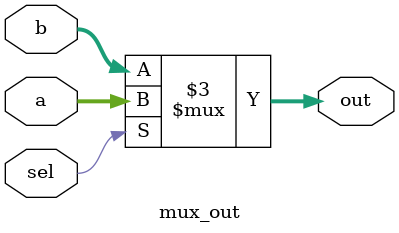
<source format=v>
module mux_out #(parameter d_width = 32)
	(	output reg[d_width-1:0]out,
		input [d_width-1:0]a, b,
		input sel);
	always @(a,b,sel) begin
		if (sel)
			out <= a;
		else
			out <= b;
	end
endmodule
</source>
